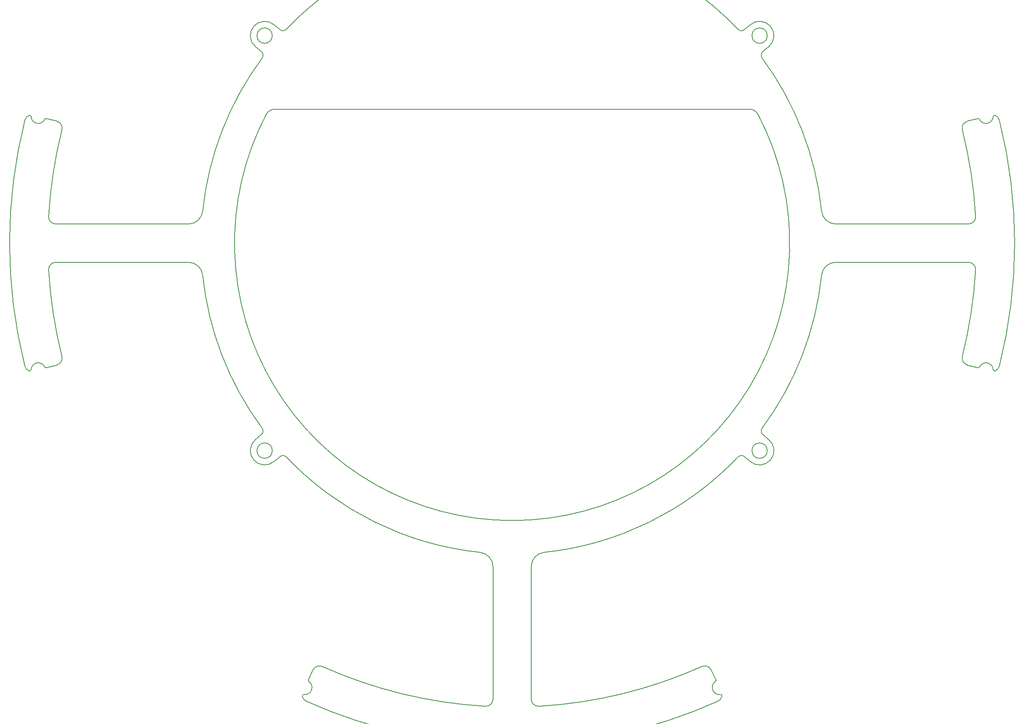
<source format=gbr>
%TF.GenerationSoftware,KiCad,Pcbnew,(6.0.11)*%
%TF.CreationDate,2024-01-27T16:05:06+09:00*%
%TF.ProjectId,engel_line_board_v2,656e6765-6c5f-46c6-996e-655f626f6172,rev?*%
%TF.SameCoordinates,Original*%
%TF.FileFunction,Profile,NP*%
%FSLAX46Y46*%
G04 Gerber Fmt 4.6, Leading zero omitted, Abs format (unit mm)*
G04 Created by KiCad (PCBNEW (6.0.11)) date 2024-01-27 16:05:06*
%MOMM*%
%LPD*%
G01*
G04 APERTURE LIST*
%TA.AperFunction,Profile*%
%ADD10C,0.200000*%
%TD*%
G04 APERTURE END LIST*
D10*
X168260436Y-218175425D02*
G75*
G03*
X169112107Y-219225547I1465864J318425D01*
G01*
X111597369Y-96969715D02*
G75*
G03*
X111184066Y-96705774I-299669J-13685D01*
G01*
X276758098Y-116741042D02*
G75*
G03*
X264336751Y-84743468I-64654898J-6689058D01*
G01*
X259272364Y-78707967D02*
G75*
G03*
X164934036Y-78707967I-47169164J-44722142D01*
G01*
X263472964Y-96501534D02*
G75*
G03*
X261701587Y-95430109I-1771364J-928566D01*
G01*
X116761709Y-127430109D02*
X144464454Y-127430109D01*
X208103200Y-191068855D02*
X208103200Y-218771600D01*
X309746687Y-97525433D02*
G75*
G03*
X309396250Y-97360515I-272787J-124867D01*
G01*
X264336748Y-162116747D02*
G75*
G03*
X276757884Y-130121286I-52233548J38686647D01*
G01*
X144464225Y-119432327D02*
G75*
G03*
X147448298Y-116741042I-25J3000027D01*
G01*
X260640792Y-168074287D02*
G75*
G03*
X259272365Y-168152250I-642792J-766013D01*
G01*
X279741946Y-127430109D02*
X307444691Y-127430109D01*
X312609048Y-149890502D02*
G75*
G03*
X309746680Y-149334782I-1498448J-68598D01*
G01*
X307444819Y-119432318D02*
G75*
G03*
X308942331Y-117845963I-19J1500018D01*
G01*
X254569988Y-215091943D02*
G75*
G03*
X255614255Y-217814232I851612J-1234757D01*
G01*
X161995200Y-166818273D02*
G75*
G03*
X161995200Y-166818273I-1600000J0D01*
G01*
X169112107Y-219225547D02*
G75*
G03*
X255094293Y-219225547I42991093J95795439D01*
G01*
X308942332Y-117845963D02*
G75*
G03*
X306169457Y-99754397I-96839032J-5584137D01*
G01*
X260640832Y-168074239D02*
X261882838Y-169116405D01*
X172452747Y-211956030D02*
G75*
G03*
X170480128Y-212691074I-613147J-1368970D01*
G01*
X161995200Y-80041945D02*
G75*
G03*
X161995200Y-80041945I-1600000J0D01*
G01*
X160733442Y-96501537D02*
G75*
G03*
X263472958Y-96501537I51369758J-26928572D01*
G01*
X116970547Y-148920858D02*
G75*
G03*
X118036943Y-147105821I-388347J1448958D01*
G01*
X254671499Y-214718122D02*
X253726272Y-212691074D01*
X264497556Y-83382245D02*
X265739562Y-82340078D01*
X208103244Y-191068855D02*
G75*
G03*
X205412023Y-188084793I-3000044J-45D01*
G01*
X276758113Y-116741041D02*
G75*
G03*
X279742175Y-119432316I2984087J308741D01*
G01*
X313908615Y-149133367D02*
G75*
G03*
X313908615Y-97726851I-101805415J25703257D01*
G01*
X159708843Y-163477973D02*
X158466837Y-164520139D01*
X115264201Y-129016496D02*
G75*
G03*
X118036943Y-147105821I96838499J5586296D01*
G01*
X279741946Y-127430147D02*
G75*
G03*
X276757884Y-130121286I-46J-2999953D01*
G01*
X265739562Y-164520140D02*
X264497557Y-163477973D01*
X307444819Y-119432316D02*
X279742175Y-119432316D01*
X111184063Y-96705767D02*
G75*
G03*
X110297785Y-97726851I567937J-1388133D01*
G01*
X114459705Y-149334789D02*
G75*
G03*
X111597369Y-149890503I-1363905J-624311D01*
G01*
X110297755Y-149133375D02*
G75*
G03*
X111184066Y-150154444I1454545J367375D01*
G01*
X164934033Y-168152252D02*
G75*
G03*
X205412023Y-188084793I47169167J44722152D01*
G01*
X114810148Y-97360523D02*
G75*
G03*
X114459720Y-97525436I-77648J-289777D01*
G01*
X114810150Y-149499703D02*
X116970539Y-148920829D01*
X116970539Y-97939389D02*
X114810150Y-97360515D01*
X118036943Y-99754397D02*
G75*
G03*
X115264069Y-117845963I94066417J-23675733D01*
G01*
X159869646Y-84743466D02*
G75*
G03*
X147448298Y-116741042I52233554J-38686634D01*
G01*
X255094289Y-219225539D02*
G75*
G03*
X255945956Y-218175423I-614189J1368539D01*
G01*
X218794382Y-188084837D02*
G75*
G03*
X216103200Y-191068855I308818J-2984063D01*
G01*
X216103199Y-218771600D02*
G75*
G03*
X217689587Y-220269111I1500001J0D01*
G01*
X264336715Y-162116722D02*
G75*
G03*
X264497557Y-163477973I803585J-595178D01*
G01*
X111184072Y-150154429D02*
G75*
G03*
X111597369Y-149890503I113628J277629D01*
G01*
X147448512Y-130121286D02*
G75*
G03*
X159869649Y-162116749I64654688J6691186D01*
G01*
X144464225Y-119432316D02*
X116761581Y-119432316D01*
X309396255Y-149499685D02*
G75*
G03*
X309746680Y-149334782I77645J289785D01*
G01*
X307235861Y-148920829D02*
X309396250Y-149499703D01*
X254569931Y-215091860D02*
G75*
G03*
X254671499Y-214718122I-170331J246960D01*
G01*
X313908559Y-97726865D02*
G75*
G03*
X313022334Y-96705774I-1454359J-367135D01*
G01*
X261882811Y-169116437D02*
G75*
G03*
X265739562Y-164520140I1928389J2298137D01*
G01*
X158466865Y-164520172D02*
G75*
G03*
X162323562Y-169116405I1928335J-2298128D01*
G01*
X162323607Y-77743759D02*
G75*
G03*
X158466838Y-82340078I-1928407J-2298141D01*
G01*
X265411200Y-80041945D02*
G75*
G03*
X265411200Y-80041945I-1600000J0D01*
G01*
X114459703Y-149334790D02*
G75*
G03*
X114810150Y-149499703I272797J124890D01*
G01*
X168592151Y-217814185D02*
G75*
G03*
X168260444Y-218175423I-38551J-297515D01*
G01*
X306169416Y-147105811D02*
G75*
G03*
X307235861Y-148920829I1454684J-366089D01*
G01*
X217689587Y-220269111D02*
G75*
G03*
X251753659Y-211956044I-5586387J96839011D01*
G01*
X206516813Y-220269110D02*
G75*
G03*
X208103200Y-218771600I86387J1497510D01*
G01*
X115264071Y-117845963D02*
G75*
G03*
X116761581Y-119432316I1497529J-86337D01*
G01*
X147448465Y-130121291D02*
G75*
G03*
X144464454Y-127430109I-2983965J-308709D01*
G01*
X216103200Y-218771600D02*
X216103200Y-191068855D01*
X313022334Y-96705774D02*
G75*
G03*
X312609031Y-96969715I-113634J-277626D01*
G01*
X158466838Y-82340078D02*
X159708844Y-83382245D01*
X261701587Y-95430109D02*
X162504813Y-95430109D01*
X116761709Y-127430108D02*
G75*
G03*
X115264198Y-129016496I-9J-1499992D01*
G01*
X218794377Y-188084790D02*
G75*
G03*
X259272365Y-168152250I-6691177J64654690D01*
G01*
X110297785Y-97726851D02*
G75*
G03*
X110297785Y-149133367I101805415J-25703259D01*
G01*
X162323562Y-169116405D02*
X163565568Y-168074239D01*
X159708824Y-163477950D02*
G75*
G03*
X159869649Y-162116749I-642824J766050D01*
G01*
X169534895Y-214718119D02*
G75*
G03*
X169636465Y-215091866I271905J-126781D01*
G01*
X159869680Y-84743491D02*
G75*
G03*
X159708844Y-83382245I-803480J595191D01*
G01*
X118036962Y-99754402D02*
G75*
G03*
X116970539Y-97939389I-1454662J366102D01*
G01*
X259272319Y-78708010D02*
G75*
G03*
X260640831Y-78785979I725681J688110D01*
G01*
X170480128Y-212691074D02*
X169534901Y-214718122D01*
X163565569Y-78785979D02*
X162323562Y-77743813D01*
X309396250Y-97360515D02*
X307235861Y-97939389D01*
X309746667Y-97525442D02*
G75*
G03*
X312609031Y-96969715I1363933J624242D01*
G01*
X261882838Y-77743813D02*
X260640831Y-78785979D01*
X255945910Y-218175413D02*
G75*
G03*
X255614255Y-217814232I-293110J63713D01*
G01*
X313022351Y-150154486D02*
G75*
G03*
X313908615Y-149133367I-568151J1388286D01*
G01*
X308942201Y-129016496D02*
G75*
G03*
X307444691Y-127430109I-1497501J86396D01*
G01*
X111597346Y-96969716D02*
G75*
G03*
X114459720Y-97525436I1498454J68616D01*
G01*
X312609015Y-149890504D02*
G75*
G03*
X313022334Y-150154444I299685J13704D01*
G01*
X253726259Y-212691080D02*
G75*
G03*
X251753659Y-211956044I-1359459J-633920D01*
G01*
X265411200Y-166818273D02*
G75*
G03*
X265411200Y-166818273I-1600000J0D01*
G01*
X162504813Y-95430115D02*
G75*
G03*
X160733442Y-96501537I-13J-1999985D01*
G01*
X172452741Y-211956044D02*
G75*
G03*
X206516813Y-220269111I39650459J88525944D01*
G01*
X307235866Y-97939409D02*
G75*
G03*
X306169457Y-99754397I388234J-1448891D01*
G01*
X163565526Y-78786030D02*
G75*
G03*
X164934036Y-78707967I642774J766230D01*
G01*
X264497570Y-83382262D02*
G75*
G03*
X264336751Y-84743468I642730J-766038D01*
G01*
X306169453Y-147105820D02*
G75*
G03*
X308942202Y-129016496I-94066153J23675720D01*
G01*
X164934074Y-168152213D02*
G75*
G03*
X163565568Y-168074239I-725674J-687987D01*
G01*
X168592147Y-217814214D02*
G75*
G03*
X169636465Y-215091866I192553J1487614D01*
G01*
X265739517Y-82340025D02*
G75*
G03*
X261882838Y-77743813I-1928317J2298125D01*
G01*
M02*

</source>
